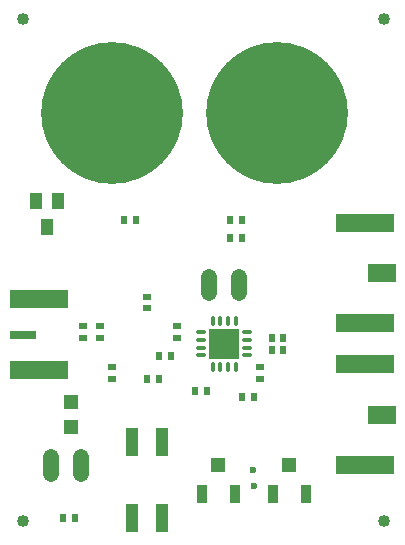
<source format=gbr>
G04 EAGLE Gerber RS-274X export*
G75*
%MOMM*%
%FSLAX34Y34*%
%LPD*%
%INSoldermask Top*%
%IPPOS*%
%AMOC8*
5,1,8,0,0,1.08239X$1,22.5*%
G01*
%ADD10R,0.700000X0.600000*%
%ADD11R,0.600000X0.700000*%
%ADD12C,0.331800*%
%ADD13R,2.600000X2.600000*%
%ADD14C,12.000000*%
%ADD15R,2.300000X0.700000*%
%ADD16R,4.900000X1.580000*%
%ADD17R,2.350000X1.500000*%
%ADD18R,4.900000X1.600000*%
%ADD19C,1.016000*%
%ADD20C,1.371600*%
%ADD21R,1.000000X1.400000*%
%ADD22R,0.900000X1.600000*%
%ADD23R,1.300000X1.300000*%
%ADD24C,0.600000*%
%ADD25R,1.130000X2.440000*%
%ADD26R,1.200000X1.200000*%


D10*
X755000Y505000D03*
X755000Y495000D03*
D11*
X740000Y480000D03*
X750000Y480000D03*
D12*
X773100Y499750D02*
X777900Y499750D01*
X777900Y493250D02*
X773100Y493250D01*
X773100Y486750D02*
X777900Y486750D01*
X777900Y480250D02*
X773100Y480250D01*
X785250Y472900D02*
X785250Y468100D01*
X791750Y468100D02*
X791750Y472900D01*
X798250Y472900D02*
X798250Y468100D01*
X804750Y468100D02*
X804750Y472900D01*
X812100Y480250D02*
X816900Y480250D01*
X816900Y486750D02*
X812100Y486750D01*
X812100Y493250D02*
X816900Y493250D01*
X816900Y499750D02*
X812100Y499750D01*
X804750Y507100D02*
X804750Y511900D01*
X798250Y511900D02*
X798250Y507100D01*
X791750Y507100D02*
X791750Y511900D01*
X785250Y511900D02*
X785250Y507100D01*
D13*
X795000Y490000D03*
D14*
X840000Y685000D03*
D10*
X675000Y495000D03*
X675000Y505000D03*
X730000Y530000D03*
X730000Y520000D03*
D11*
X730000Y460000D03*
X740000Y460000D03*
D15*
X624800Y497800D03*
D16*
X637800Y527800D03*
X637800Y467800D03*
D17*
X928250Y550000D03*
D18*
X914000Y507500D03*
X914000Y592500D03*
D11*
X800000Y595000D03*
X810000Y595000D03*
X800000Y580000D03*
X810000Y580000D03*
D10*
X690000Y505000D03*
X690000Y495000D03*
D17*
X928250Y430000D03*
D18*
X914000Y387500D03*
X914000Y472500D03*
D11*
X835000Y495000D03*
X845000Y495000D03*
X845000Y485000D03*
X835000Y485000D03*
X780000Y450000D03*
X770000Y450000D03*
D19*
X930000Y765000D03*
X625000Y765000D03*
X625000Y340000D03*
X930000Y340000D03*
D20*
X782300Y533142D02*
X782300Y546858D01*
X807700Y546858D02*
X807700Y533142D01*
D21*
X645000Y589000D03*
X635500Y611000D03*
X654500Y611000D03*
D11*
X710000Y595000D03*
X720000Y595000D03*
D10*
X700000Y460000D03*
X700000Y470000D03*
D20*
X648300Y393758D02*
X648300Y380042D01*
X673700Y380042D02*
X673700Y393758D01*
D11*
X658400Y342500D03*
X668400Y342500D03*
X820000Y445000D03*
X810000Y445000D03*
D22*
X776000Y362850D03*
X804000Y362850D03*
D23*
X790000Y387150D03*
D24*
X820000Y370000D03*
D10*
X825000Y460000D03*
X825000Y470000D03*
D22*
X836000Y362850D03*
X864000Y362850D03*
D23*
X850000Y387150D03*
D24*
X819500Y383500D03*
D25*
X717300Y342850D03*
X742700Y342850D03*
X742700Y407150D03*
X717300Y407150D03*
D14*
X700000Y685000D03*
D26*
X665000Y440500D03*
X665000Y419500D03*
M02*

</source>
